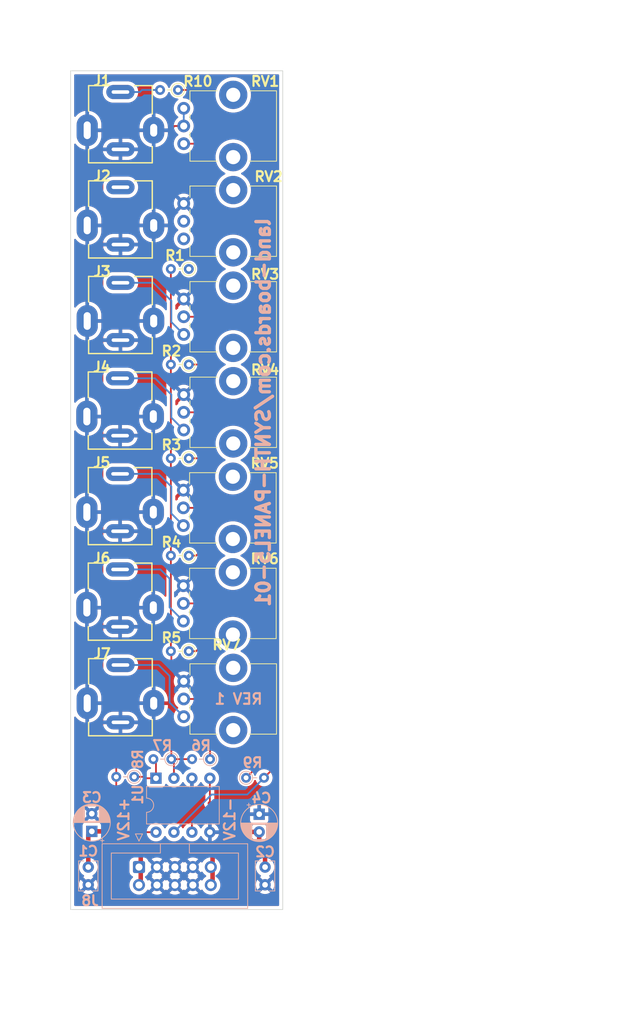
<source format=kicad_pcb>
(kicad_pcb (version 20211014) (generator pcbnew)
  (title_block (title "SYNTH-PANEL5-01") (date "2022-09-26") (rev "1") (company "LAND BOARDS, LLC"))
  (layers (0 "F.Cu" signal) (31 "B.Cu" signal) (34 "B.Paste" user) (35 "F.Paste" user) (36 "B.SilkS" user "B.Silkscreen") (37 "F.SilkS" user "F.Silkscreen") (38 "B.Mask" user) (39 "F.Mask" user) (44 "Edge.Cuts" user))
  (net 0 "")
  (net 1 "GND")
  (net 2 "/POTWIPER_4")
  (net 3 "/POTWIPER_3")
  (net 4 "/POTWIPER_2")
  (net 5 "/POTWIPER_5")
  (net 6 "Net-(J2-PadT)")
  (net 7 "Net-(J3-PadT)")
  (net 8 "Net-(J4-PadT)")
  (net 9 "Net-(J5-PadT)")
  (net 10 "Net-(J6-PadT)")
  (net 11 "/POTWIPER_6")
  (net 12 "Net-(J7-PadT)")
  (net 13 "/POTWIPER_7")
  (net 14 "+12V")
  (net 15 "-12V")
  (net 16 "/OUT")
  (net 17 "Net-(R7-Pad2)")
  (net 18 "/VOL2")
  (net 19 "/VOL1")
  (net 20 "Net-(R10-Pad1)")
  (net 21 "/VSUM")
  (footprint "Potentiometer_THT:Potentiometer_Bourns_PTV09A-1_Single_Vertical" (layer "F.Cu") (at 15.95 69.752501)
    (fp_text reference "RV5" (at 11.5 -8.8) (layer "F.SilkS") (effects (font (size 1.397 1.397) (thickness 0.3048))))
    (fp_text value "10K")
    (pad "" np_thru_hole circle (at 7 1.9) (size 4 4) (drill 2) (layers *.Cu *.Mask))
    (pad "" np_thru_hole circle (at 7 -6.9) (size 4 4) (drill 2) (layers *.Cu *.Mask))
    (pad "1" thru_hole circle (at 0 0) (size 1.8 1.8) (drill 1) (layers *.Cu *.Mask) (net 9 "Net-(J5-PadT)"))
    (pad "2" thru_hole circle (at 0 -2.5) (size 1.8 1.8) (drill 1) (layers *.Cu *.Mask) (net 5 "/POTWIPER_5"))
    (pad "3" thru_hole circle (at 0 -5) (size 1.8 1.8) (drill 1) (layers *.Cu *.Mask) (net 1 "GND"))
  )
  (footprint "Resistor_THT:R_Axial_DIN0204_L3.6mm_D1.6mm_P2.54mm_Vertical" (layer "F.Cu") (at 16.72 74.002501 180)
    (fp_text reference "R4" (at 2.46 1.9 180) (layer "F.SilkS") (effects (font (size 1.397 1.397) (thickness 0.3048))))
    (fp_text value "100K")
    (pad "1" thru_hole circle (at 0 0 180) (size 1.4 1.4) (drill 0.7) (layers *.Cu *.Mask) (net 5 "/POTWIPER_5"))
    (pad "2" thru_hole oval (at 2.54 0 180) (size 1.4 1.4) (drill 0.7) (layers *.Cu *.Mask) (net 21 "/VSUM"))
  )
  (footprint "Potentiometer_THT:Potentiometer_Bourns_PTV09A-1_Single_Vertical" (layer "F.Cu") (at 16 15.802501)
    (fp_text reference "RV1" (at 11.5 -8.8) (layer "F.SilkS") (effects (font (size 1.397 1.397) (thickness 0.3048))))
    (fp_text value "10K")
    (pad "" np_thru_hole circle (at 7 1.9) (size 4 4) (drill 2) (layers *.Cu *.Mask))
    (pad "" np_thru_hole circle (at 7 -6.9) (size 4 4) (drill 2) (layers *.Cu *.Mask))
    (pad "1" thru_hole circle (at 0 0) (size 1.8 1.8) (drill 1) (layers *.Cu *.Mask) (net 19 "/VOL1"))
    (pad "2" thru_hole circle (at 0 -2.5) (size 1.8 1.8) (drill 1) (layers *.Cu *.Mask) (net 18 "/VOL2"))
    (pad "3" thru_hole circle (at 0 -5) (size 1.8 1.8) (drill 1) (layers *.Cu *.Mask) (net 18 "/VOL2"))
  )
  (footprint "Potentiometer_THT:Potentiometer_Bourns_PTV09A-1_Single_Vertical" (layer "F.Cu") (at 16 42.752501)
    (fp_text reference "RV3" (at 11.5 -8.5) (layer "F.SilkS") (effects (font (size 1.397 1.397) (thickness 0.3048))))
    (fp_text value "10K")
    (pad "" np_thru_hole circle (at 7 -6.9) (size 4 4) (drill 2) (layers *.Cu *.Mask))
    (pad "" np_thru_hole circle (at 7 1.9) (size 4 4) (drill 2) (layers *.Cu *.Mask))
    (pad "1" thru_hole circle (at 0 0) (size 1.8 1.8) (drill 1) (layers *.Cu *.Mask) (net 7 "Net-(J3-PadT)"))
    (pad "2" thru_hole circle (at 0 -2.5) (size 1.8 1.8) (drill 1) (layers *.Cu *.Mask) (net 3 "/POTWIPER_3"))
    (pad "3" thru_hole circle (at 0 -5) (size 1.8 1.8) (drill 1) (layers *.Cu *.Mask) (net 1 "GND"))
  )
  (footprint "AudioJacks:Jack_3.5mm_QingPu_WQP-PJ301BM_Vertical" (layer "F.Cu") (at 7.05 94.252501)
    (fp_text reference "J7" (at -2.6 -6.4) (layer "F.SilkS") (effects (font (size 1.397 1.397) (thickness 0.3048))))
    (fp_text value "PJ-301BM")
    (pad "S" thru_hole oval locked (at -4.7 0.6 90) (size 4.5 3) (drill oval 2.5 1) (layers *.Cu *.Mask) (net 1 "GND"))
    (pad "S" thru_hole oval locked (at 4.7 0.6 90) (size 3.8 3) (drill oval 1.8 1) (layers *.Cu *.Mask) (net 1 "GND"))
    (pad "T" thru_hole oval locked (at 0 -4.8) (size 4 2) (drill oval 2.5 0.5) (layers *.Cu *.Mask) (net 12 "Net-(J7-PadT)"))
    (pad "TN" thru_hole oval locked (at 0 3.3) (size 4 2) (drill oval 2.5 0.5) (layers *.Cu *.Mask) (net 1 "GND"))
  )
  (footprint "Potentiometer_THT:Potentiometer_Bourns_PTV09A-1_Single_Vertical" (layer "F.Cu") (at 15.95 83.252501)
    (fp_text reference "RV6" (at 11.5 -8.8) (layer "F.SilkS") (effects (font (size 1.397 1.397) (thickness 0.3048))))
    (fp_text value "10K")
    (pad "" np_thru_hole circle (at 7 -6.9) (size 4 4) (drill 2) (layers *.Cu *.Mask))
    (pad "" np_thru_hole circle (at 7 1.9) (size 4 4) (drill 2) (layers *.Cu *.Mask))
    (pad "1" thru_hole circle (at 0 0) (size 1.8 1.8) (drill 1) (layers *.Cu *.Mask) (net 10 "Net-(J6-PadT)"))
    (pad "2" thru_hole circle (at 0 -2.5) (size 1.8 1.8) (drill 1) (layers *.Cu *.Mask) (net 11 "/POTWIPER_6"))
    (pad "3" thru_hole circle (at 0 -5) (size 1.8 1.8) (drill 1) (layers *.Cu *.Mask) (net 1 "GND"))
  )
  (footprint "AudioJacks:Jack_3.5mm_QingPu_WQP-PJ301BM_Vertical" (layer "F.Cu") (at 7 67.252501)
    (fp_text reference "J5" (at -2.6 -6.4) (layer "F.SilkS") (effects (font (size 1.397 1.397) (thickness 0.3048))))
    (fp_text value "PJ-301BM")
    (pad "S" thru_hole oval locked (at -4.7 0.6 90) (size 4.5 3) (drill oval 2.5 1) (layers *.Cu *.Mask) (net 1 "GND"))
    (pad "S" thru_hole oval locked (at 4.7 0.6 90) (size 3.8 3) (drill oval 1.8 1) (layers *.Cu *.Mask) (net 1 "GND"))
    (pad "T" thru_hole oval locked (at 0 -4.8) (size 4 2) (drill oval 2.5 0.5) (layers *.Cu *.Mask) (net 9 "Net-(J5-PadT)"))
    (pad "TN" thru_hole oval locked (at 0 3.3) (size 4 2) (drill oval 2.5 0.5) (layers *.Cu *.Mask) (net 1 "GND"))
  )
  (footprint "AudioJacks:Jack_3.5mm_QingPu_WQP-PJ301BM_Vertical" (layer "F.Cu") (at 7 80.752501)
    (fp_text reference "J6" (at -2.6 -6.4) (layer "F.SilkS") (effects (font (size 1.397 1.397) (thickness 0.3048))))
    (fp_text value "PJ-301BM")
    (pad "S" thru_hole oval locked (at -4.7 0.6 90) (size 4.5 3) (drill oval 2.5 1) (layers *.Cu *.Mask) (net 1 "GND"))
    (pad "S" thru_hole oval locked (at 4.7 0.6 90) (size 3.8 3) (drill oval 1.8 1) (layers *.Cu *.Mask) (net 1 "GND"))
    (pad "T" thru_hole oval locked (at 0 -4.8) (size 4 2) (drill oval 2.5 0.5) (layers *.Cu *.Mask) (net 10 "Net-(J6-PadT)"))
    (pad "TN" thru_hole oval locked (at 0 3.3) (size 4 2) (drill oval 2.5 0.5) (layers *.Cu *.Mask) (net 1 "GND"))
  )
  (footprint "Resistor_THT:R_Axial_DIN0204_L3.6mm_D1.6mm_P2.54mm_Vertical" (layer "F.Cu") (at 15.19 8.212501 180)
    (fp_text reference "R10" (at -2.81 1.21 180) (layer "F.SilkS") (effects (font (size 1.397 1.397) (thickness 0.3048))))
    (fp_text value "1K")
    (pad "1" thru_hole circle (at 0 0 180) (size 1.4 1.4) (drill 0.7) (layers *.Cu *.Mask) (net 20 "Net-(R10-Pad1)"))
    (pad "2" thru_hole oval (at 2.54 0 180) (size 1.4 1.4) (drill 0.7) (layers *.Cu *.Mask) (net 16 "/OUT"))
  )
  (footprint "Potentiometer_THT:Potentiometer_Bourns_PTV09A-1_Single_Vertical" (layer "F.Cu") (at 16 96.752501)
    (fp_text reference "RV7" (at 6.05 -10.15) (layer "F.SilkS") (effects (font (size 1.397 1.397) (thickness 0.3048))))
    (fp_text value "10K")
    (pad "" np_thru_hole circle (at 7 -6.9) (size 4 4) (drill 2) (layers *.Cu *.Mask))
    (pad "" np_thru_hole circle (at 7 1.9) (size 4 4) (drill 2) (layers *.Cu *.Mask))
    (pad "1" thru_hole circle (at 0 0) (size 1.8 1.8) (drill 1) (layers *.Cu *.Mask) (net 12 "Net-(J7-PadT)"))
    (pad "2" thru_hole circle (at 0 -2.5) (size 1.8 1.8) (drill 1) (layers *.Cu *.Mask) (net 13 "/POTWIPER_7"))
    (pad "3" thru_hole circle (at 0 -5) (size 1.8 1.8) (drill 1) (layers *.Cu *.Mask) (net 1 "GND"))
  )
  (footprint "Resistor_THT:R_Axial_DIN0204_L3.6mm_D1.6mm_P2.54mm_Vertical" (layer "F.Cu") (at 16.72 87.502501 180)
    (fp_text reference "R5" (at 2.46 1.9 180) (layer "F.SilkS") (effects (font (size 1.397 1.397) (thickness 0.3048))))
    (fp_text value "100K")
    (pad "1" thru_hole circle (at 0 0 180) (size 1.4 1.4) (drill 0.7) (layers *.Cu *.Mask) (net 11 "/POTWIPER_6"))
    (pad "2" thru_hole oval (at 2.54 0 180) (size 1.4 1.4) (drill 0.7) (layers *.Cu *.Mask) (net 21 "/VSUM"))
  )
  (footprint "AudioJacks:Jack_3.5mm_QingPu_WQP-PJ301BM_Vertical" (layer "F.Cu") (at 7.05 26.752501)
    (fp_text reference "J2" (at -2.6 -6.4) (layer "F.SilkS") (effects (font (size 1.397 1.397) (thickness 0.3048))))
    (fp_text value "PJ-301BM")
    (pad "S" thru_hole oval locked (at -4.7 0.6 90) (size 4.5 3) (drill oval 2.5 1) (layers *.Cu *.Mask) (net 1 "GND"))
    (pad "S" thru_hole oval locked (at 4.7 0.6 90) (size 3.8 3) (drill oval 1.8 1) (layers *.Cu *.Mask) (net 1 "GND"))
    (pad "T" thru_hole oval locked (at 0 -4.8) (size 4 2) (drill oval 2.5 0.5) (layers *.Cu *.Mask) (net 6 "Net-(J2-PadT)"))
    (pad "TN" thru_hole oval locked (at 0 3.3) (size 4 2) (drill oval 2.5 0.5) (layers *.Cu *.Mask) (net 1 "GND"))
  )
  (footprint "AudioJacks:Jack_3.5mm_QingPu_WQP-PJ301BM_Vertical" (layer "F.Cu") (at 7.05 13.302501)
    (fp_text reference "J1" (at -2.6 -6.4) (layer "F.SilkS") (effects (font (size 1.397 1.397) (thickness 0.3048))))
    (fp_text value "PJ-301BM")
    (pad "S" thru_hole oval locked (at 4.7 0.6 90) (size 3.8 3) (drill oval 1.8 1) (layers *.Cu *.Mask) (net 1 "GND"))
    (pad "S" thru_hole oval locked (at -4.7 0.6 90) (size 4.5 3) (drill oval 2.5 1) (layers *.Cu *.Mask) (net 1 "GND"))
    (pad "T" thru_hole oval locked (at 0 -4.8) (size 4 2) (drill oval 2.5 0.5) (layers *.Cu *.Mask) (net 16 "/OUT"))
    (pad "TN" thru_hole oval locked (at 0 3.3) (size 4 2) (drill oval 2.5 0.5) (layers *.Cu *.Mask) (net 1 "GND"))
  )
  (footprint "Resistor_THT:R_Axial_DIN0204_L3.6mm_D1.6mm_P2.54mm_Vertical" (layer "F.Cu") (at 16.72 60.252501 180)
    (fp_text reference "R3" (at 2.46 1.9 180) (layer "F.SilkS") (effects (font (size 1.397 1.397) (thickness 0.3048))))
    (fp_text value "100K")
    (pad "1" thru_hole circle (at 0 0 180) (size 1.4 1.4) (drill 0.7) (layers *.Cu *.Mask) (net 2 "/POTWIPER_4"))
    (pad "2" thru_hole oval (at 2.54 0 180) (size 1.4 1.4) (drill 0.7) (layers *.Cu *.Mask) (net 21 "/VSUM"))
  )
  (footprint "AudioJacks:Jack_3.5mm_QingPu_WQP-PJ301BM_Vertical" (layer "F.Cu") (at 7 53.752501)
    (fp_text reference "J4" (at -2.6 -6.4) (layer "F.SilkS") (effects (font (size 1.397 1.397) (thickness 0.3048))))
    (fp_text value "PJ-301BM")
    (pad "S" thru_hole oval locked (at -4.7 0.6 90) (size 4.5 3) (drill oval 2.5 1) (layers *.Cu *.Mask) (net 1 "GND"))
    (pad "S" thru_hole oval locked (at 4.7 0.6 90) (size 3.8 3) (drill oval 1.8 1) (layers *.Cu *.Mask) (net 1 "GND"))
    (pad "T" thru_hole oval locked (at 0 -4.8) (size 4 2) (drill oval 2.5 0.5) (layers *.Cu *.Mask) (net 8 "Net-(J4-PadT)"))
    (pad "TN" thru_hole oval locked (at 0 3.3) (size 4 2) (drill oval 2.5 0.5) (layers *.Cu *.Mask) (net 1 "GND"))
  )
  (footprint "Potentiometer_THT:Potentiometer_Bourns_PTV09A-1_Single_Vertical" (layer "F.Cu") (at 16 29.252501)
    (fp_text reference "RV2" (at 12 -8.8) (layer "F.SilkS") (effects (font (size 1.397 1.397) (thickness 0.3048))))
    (fp_text value "10K")
    (pad "" np_thru_hole circle (at 7 1.9) (size 4 4) (drill 2) (layers *.Cu *.Mask))
    (pad "" np_thru_hole circle (at 7 -6.9) (size 4 4) (drill 2) (layers *.Cu *.Mask))
    (pad "1" thru_hole circle (at 0 0) (size 1.8 1.8) (drill 1) (layers *.Cu *.Mask) (net 6 "Net-(J2-PadT)"))
    (pad "2" thru_hole circle (at 0 -2.5) (size 1.8 1.8) (drill 1) (layers *.Cu *.Mask) (net 4 "/POTWIPER_2"))
    (pad "3" thru_hole circle (at 0 -5) (size 1.8 1.8) (drill 1) (layers *.Cu *.Mask) (net 1 "GND"))
  )
  (footprint "Resistor_THT:R_Axial_DIN0204_L3.6mm_D1.6mm_P2.54mm_Vertical" (layer "F.Cu") (at 16.72 33.502501 180)
    (fp_text reference "R1" (at 1.96 1.9 180) (layer "F.SilkS") (effects (font (size 1.397 1.397) (thickness 0.3048))))
    (fp_text value "100K")
    (pad "1" thru_hole circle (at 0 0 180) (size 1.4 1.4) (drill 0.7) (layers *.Cu *.Mask) (net 4 "/POTWIPER_2"))
    (pad "2" thru_hole oval (at 2.54 0 180) (size 1.4 1.4) (drill 0.7) (layers *.Cu *.Mask) (net 21 "/VSUM"))
  )
  (footprint "Potentiometer_THT:Potentiometer_Bourns_PTV09A-1_Single_Vertical" (layer "F.Cu") (at 16 56.252501)
    (fp_text reference "RV4" (at 11.5 -8.5) (layer "F.SilkS") (effects (font (size 1.397 1.397) (thickness 0.3048))))
    (fp_text value "10K")
    (pad "" np_thru_hole circle (at 7 1.9) (size 4 4) (drill 2) (layers *.Cu *.Mask))
    (pad "" np_thru_hole circle (at 7 -6.9) (size 4 4) (drill 2) (layers *.Cu *.Mask))
    (pad "1" thru_hole circle (at 0 0) (size 1.8 1.8) (drill 1) (layers *.Cu *.Mask) (net 8 "Net-(J4-PadT)"))
    (pad "2" thru_hole circle (at 0 -2.5) (size 1.8 1.8) (drill 1) (layers *.Cu *.Mask) (net 2 "/POTWIPER_4"))
    (pad "3" thru_hole circle (at 0 -5) (size 1.8 1.8) (drill 1) (layers *.Cu *.Mask) (net 1 "GND"))
  )
  (footprint "Resistor_THT:R_Axial_DIN0204_L3.6mm_D1.6mm_P2.54mm_Vertical" (layer "F.Cu") (at 16.72 47.002501 180)
    (fp_text reference "R2" (at 2.46 1.9 180) (layer "F.SilkS") (effects (font (size 1.397 1.397) (thickness 0.3048))))
    (fp_text value "100K")
    (pad "1" thru_hole circle (at 0 0 180) (size 1.4 1.4) (drill 0.7) (layers *.Cu *.Mask) (net 3 "/POTWIPER_3"))
    (pad "2" thru_hole oval (at 2.54 0 180) (size 1.4 1.4) (drill 0.7) (layers *.Cu *.Mask) (net 21 "/VSUM"))
  )
  (footprint "AudioJacks:Jack_3.5mm_QingPu_WQP-PJ301BM_Vertical" (layer "F.Cu") (at 7.05 40.252501)
    (fp_text reference "J3" (at -2.6 -6.4) (layer "F.SilkS") (effects (font (size 1.397 1.397) (thickness 0.3048))))
    (fp_text value "PJ-301BM")
    (pad "S" thru_hole oval locked (at 4.7 0.6 90) (size 3.8 3) (drill oval 1.8 1) (layers *.Cu *.Mask) (net 1 "GND"))
    (pad "S" thru_hole oval locked (at -4.7 0.6 90) (size 4.5 3) (drill oval 2.5 1) (layers *.Cu *.Mask) (net 1 "GND"))
    (pad "T" thru_hole oval locked (at 0 -4.8) (size 4 2) (drill oval 2.5 0.5) (layers *.Cu *.Mask) (net 7 "Net-(J3-PadT)"))
    (pad "TN" thru_hole oval locked (at 0 3.3) (size 4 2) (drill oval 2.5 0.5) (layers *.Cu *.Mask) (net 1 "GND"))
  )
  (footprint "Connector_IDC:IDC-Header_2x05_P2.54mm_Vertical" (layer "B.Cu") (at 9.67 118.000001 -90)
    (fp_text reference "J8" (at 4.7525 6.92) (layer "B.SilkS") (effects (font (size 1.397 1.397) (thickness 0.3048)) (justify mirror)))
    (fp_text value "Conn_02x05")
    (pad "1" thru_hole roundrect (at 0 0 270) (size 1.7 1.7) (drill 1) (layers *.Cu *.Mask) (roundrect_rratio 0.147059) (net 14 "+12V"))
    (pad "2" thru_hole circle (at 2.54 0 270) (size 1.7 1.7) (drill 1) (layers *.Cu *.Mask) (net 14 "+12V"))
    (pad "3" thru_hole circle (at 0 -2.54 270) (size 1.7 1.7) (drill 1) (layers *.Cu *.Mask) (net 1 "GND"))
    (pad "4" thru_hole circle (at 2.54 -2.54 270) (size 1.7 1.7) (drill 1) (layers *.Cu *.Mask) (net 1 "GND"))
    (pad "5" thru_hole circle (at 0 -5.08 270) (size 1.7 1.7) (drill 1) (layers *.Cu *.Mask) (net 1 "GND"))
    (pad "6" thru_hole circle (at 2.54 -5.08 270) (size 1.7 1.7) (drill 1) (layers *.Cu *.Mask) (net 1 "GND"))
    (pad "7" thru_hole circle (at 0 -7.62 270) (size 1.7 1.7) (drill 1) (layers *.Cu *.Mask) (net 1 "GND"))
    (pad "8" thru_hole circle (at 2.54 -7.62 270) (size 1.7 1.7) (drill 1) (layers *.Cu *.Mask) (net 1 "GND"))
    (pad "9" thru_hole circle (at 0 -10.16 270) (size 1.7 1.7) (drill 1) (layers *.Cu *.Mask) (net 15 "-12V"))
    (pad "10" thru_hole circle (at 2.54 -10.16 270) (size 1.7 1.7) (drill 1) (layers *.Cu *.Mask) (net 15 "-12V"))
  )
  (footprint "Capacitor_THT:CP_Radial_D5.0mm_P2.50mm" (layer "B.Cu") (at 3 112.957614 90)
    (fp_text reference "C3" (at 4.779888 0) (layer "B.SilkS") (effects (font (size 1.397 1.397) (thickness 0.3048)) (justify mirror)))
    (fp_text value "10uF")
    (pad "1" thru_hole rect (at 0 0 90) (size 1.6 1.6) (drill 0.8) (layers *.Cu *.Mask) (net 14 "+12V"))
    (pad "2" thru_hole circle (at 2.5 0 90) (size 1.6 1.6) (drill 0.8) (layers *.Cu *.Mask) (net 1 "GND"))
  )
  (footprint "Package_DIP:DIP-8_W7.62mm" (layer "B.Cu") (at 12.075 105.452501 -90)
    (fp_text reference "U1" (at 2.3 2.575 90) (layer "B.SilkS") (effects (font (size 1.397 1.397) (thickness 0.3048)) (justify mirror)))
    (fp_text value "TL072")
    (pad "1" thru_hole rect (at 0 0 270) (size 1.6 1.6) (drill 0.8) (layers *.Cu *.Mask) (net 17 "Net-(R7-Pad2)"))
    (pad "2" thru_hole oval (at 0 -2.54 270) (size 1.6 1.6) (drill 0.8) (layers *.Cu *.Mask) (net 21 "/VSUM"))
    (pad "3" thru_hole oval (at 0 -5.08 270) (size 1.6 1.6) (drill 0.8) (layers *.Cu *.Mask) (net 1 "GND"))
    (pad "4" thru_hole oval (at 0 -7.62 270) (size 1.6 1.6) (drill 0.8) (layers *.Cu *.Mask) (net 15 "-12V"))
    (pad "5" thru_hole oval (at 7.62 -7.62 270) (size 1.6 1.6) (drill 0.8) (layers *.Cu *.Mask) (net 1 "GND"))
    (pad "6" thru_hole oval (at 7.62 -5.08 270) (size 1.6 1.6) (drill 0.8) (layers *.Cu *.Mask) (net 18 "/VOL2"))
    (pad "7" thru_hole oval (at 7.62 -2.54 270) (size 1.6 1.6) (drill 0.8) (layers *.Cu *.Mask) (net 20 "Net-(R10-Pad1)"))
    (pad "8" thru_hole oval (at 7.62 0 270) (size 1.6 1.6) (drill 0.8) (layers *.Cu *.Mask) (net 14 "+12V"))
  )
  (footprint "Resistor_THT:R_Axial_DIN0204_L3.6mm_D1.6mm_P2.54mm_Vertical" (layer "B.Cu") (at 14.25 102.752501 180)
    (fp_text reference "R7" (at 1.27 1.92) (layer "B.SilkS") (effects (font (size 1.397 1.397) (thickness 0.3048)) (justify mirror)))
    (fp_text value "100K")
    (pad "1" thru_hole circle (at 0 0 180) (size 1.4 1.4) (drill 0.7) (layers *.Cu *.Mask) (net 21 "/VSUM"))
    (pad "2" thru_hole oval (at 2.54 0 180) (size 1.4 1.4) (drill 0.7) (layers *.Cu *.Mask) (net 17 "Net-(R7-Pad2)"))
  )
  (footprint "Capacitor_THT:C_Rect_L4.0mm_W2.5mm_P2.50mm" (layer "B.Cu") (at 2.5 118.002501 -90)
    (fp_text reference "C1" (at -2.25 0) (layer "B.SilkS") (effects (font (size 1.397 1.397) (thickness 0.3048)) (justify mirror)))
    (fp_text value "0.1uF")
    (pad "1" thru_hole circle (at 0 0 270) (size 1.6 1.6) (drill 0.8) (layers *.Cu *.Mask) (net 14 "+12V"))
    (pad "2" thru_hole circle (at 2.5 0 270) (size 1.6 1.6) (drill 0.8) (layers *.Cu *.Mask) (net 1 "GND"))
  )
  (footprint "Capacitor_THT:C_Rect_L4.0mm_W2.5mm_P2.50mm" (layer "B.Cu") (at 27.5 120.502501 90)
    (fp_text reference "C2" (at 4.65 0 180) (layer "B.SilkS") (effects (font (size 1.397 1.397) (thickness 0.3048)) (justify mirror)))
    (fp_text value "0.1uF")
    (pad "1" thru_hole circle (at 0 0 90) (size 1.6 1.6) (drill 0.8) (layers *.Cu *.Mask) (net 1 "GND"))
    (pad "2" thru_hole circle (at 2.5 0 90) (size 1.6 1.6) (drill 0.8) (layers *.Cu *.Mask) (net 15 "-12V"))
  )
  (footprint "Resistor_THT:R_Axial_DIN0204_L3.6mm_D1.6mm_P2.54mm_Vertical" (layer "B.Cu") (at 9 105.252501 180)
    (fp_text reference "R8" (at -0.5 2.5 90) (layer "B.SilkS") (effects (font (size 1.397 1.397) (thickness 0.3048)) (justify mirror)))
    (fp_text value "22K")
    (pad "1" thru_hole circle (at 0 0 180) (size 1.4 1.4) (drill 0.7) (layers *.Cu *.Mask) (net 17 "Net-(R7-Pad2)"))
    (pad "2" thru_hole oval (at 2.54 0 180) (size 1.4 1.4) (drill 0.7) (layers *.Cu *.Mask) (net 18 "/VOL2"))
  )
  (footprint "Resistor_THT:R_Axial_DIN0204_L3.6mm_D1.6mm_P2.54mm_Vertical" (layer "B.Cu") (at 24.815 105.387501)
    (fp_text reference "R9" (at 0.92 -2.135 180) (layer "B.SilkS") (effects (font (size 1.397 1.397) (thickness 0.3048)) (justify mirror)))
    (fp_text value "4.7K")
    (pad "1" thru_hole circle (at 0 0) (size 1.4 1.4) (drill 0.7) (layers *.Cu *.Mask) (net 19 "/VOL1"))
    (pad "2" thru_hole oval (at 2.54 0) (size 1.4 1.4) (drill 0.7) (layers *.Cu *.Mask) (net 20 "Net-(R10-Pad1)"))
  )
  (footprint "Resistor_THT:R_Axial_DIN0204_L3.6mm_D1.6mm_P2.54mm_Vertical" (layer "B.Cu") (at 19.72 102.752501 180)
    (fp_text reference "R6" (at 1.27 1.92) (layer "B.SilkS") (effects (font (size 1.397 1.397) (thickness 0.3048)) (justify mirror)))
    (fp_text value "100K")
    (pad "1" thru_hole circle (at 0 0 180) (size 1.4 1.4) (drill 0.7) (layers *.Cu *.Mask) (net 13 "/POTWIPER_7"))
    (pad "2" thru_hole oval (at 2.54 0 180) (size 1.4 1.4) (drill 0.7) (layers *.Cu *.Mask) (net 21 "/VSUM"))
  )
  (footprint "Capacitor_THT:CP_Radial_D5.0mm_P2.50mm" (layer "B.Cu") (at 26.67 110.532389 -90)
    (fp_text reference "C4" (at -2.279888 -0.33 180) (layer "B.SilkS") (effects (font (size 1.397 1.397) (thickness 0.3048)) (justify mirror)))
    (fp_text value "10uF")
    (pad "1" thru_hole rect (at 0 0 270) (size 1.6 1.6) (drill 0.8) (layers *.Cu *.Mask) (net 1 "GND"))
    (pad "2" thru_hole circle (at 2.5 0 270) (size 1.6 1.6) (drill 0.8) (layers *.Cu *.Mask) (net 15 "-12V"))
  )
  (gr_rect (start 0 5.502501) (end 30 124.002501) (layer "Edge.Cuts") (width 0.1) (fill none))
  (gr_text "-12V" (at 22.5 111.252501 90) (layer "B.SilkS") (effects (font (size 1.5 1.5) (thickness 0.3)) (justify mirror)))
  (gr_text "+12V" (at 7.5 111.252501 90) (layer "B.SilkS") (effects (font (size 1.5 1.5) (thickness 0.3)) (justify mirror)))
  (gr_text "REV 1" (at 23.75 94.252501) (layer "B.SilkS") (effects (font (size 1.5 1.5) (thickness 0.3)) (justify mirror)))
  (gr_text "land-boards.com/SYNTH-PANEL5-01" (at 27.25 53.752501 90) (layer "B.SilkS") (effects (font (size 1.905 1.905) (thickness 0.47625)) (justify mirror)))
  (segment (start 18.75 54.252501) (end 18.75 59.752501) (width 0.25) (layer "F.Cu") (net 2))
  (segment (start 18.25 53.752501) (end 18.75 54.252501) (width 0.25) (layer "F.Cu") (net 2))
  (segment (start 18.75 59.752501) (end 18.25 60.252501) (width 0.25) (layer "F.Cu") (net 2))
  (segment (start 16 53.752501) (end 18.25 53.752501) (width 0.25) (layer "F.Cu") (net 2))
  (segment (start 18.25 60.252501) (end 16.46 60.252501) (width 0.25) (layer "F.Cu") (net 2))
  (segment (start 16.72 47.002501) (end 18 47.002501) (width 0.25) (layer "F.Cu") (net 3))
  (segment (start 18 47.002501) (end 18.25 46.752501) (width 0.25) (layer "F.Cu") (net 3))
  (segment (start 18.25 46.752501) (end 18.25 40.752501) (width 0.25) (layer "F.Cu") (net 3))
  (segment (start 18.25 40.752501) (end 17.75 40.252501) (width 0.25) (layer "F.Cu") (net 3))
  (segment (start 17.75 40.252501) (end 16 40.252501) (width 0.25) (layer "F.Cu") (net 3))
  (segment (start 16.47 74.002501) (end 17.75 74.002501) (width 0.25) (layer "F.Cu") (net 5))
  (segment (start 15.95 67.252501) (end 17.75 67.252501) (width 0.25) (layer "F.Cu") (net 5))
  (segment (start 17.75 74.002501) (end 18.5 73.252501) (width 0.25) (layer "F.Cu") (net 5))
  (segment (start 17.75 67.252501) (end 18.5 68.002501) (width 0.25) (layer "F.Cu") (net 5))
  (segment (start 18.5 73.252501) (end 18.5 68.002501) (width 0.25) (layer "F.Cu") (net 5))
  (segment (start 14.25 38.002501) (end 14.25 41.002501) (width 0.25) (layer "B.Cu") (net 7))
  (segment (start 7.05 35.452501) (end 11.7 35.452501) (width 0.25) (layer "B.Cu") (net 7))
  (segment (start 14.25 41.002501) (end 16 42.752501) (width 0.25) (layer "B.Cu") (net 7))
  (segment (start 11.7 35.452501) (end 14.25 38.002501) (width 0.25) (layer "B.Cu") (net 7))
  (segment (start 14.25 54.502501) (end 16 56.252501) (width 0.25) (layer "B.Cu") (net 8))
  (segment (start 11.95 48.952501) (end 14.25 51.252501) (width 0.25) (layer "B.Cu") (net 8))
  (segment (start 14.25 51.252501) (end 14.25 54.502501) (width 0.25) (layer "B.Cu") (net 8))
  (segment (start 7 48.952501) (end 11.95 48.952501) (width 0.25) (layer "B.Cu") (net 8))
  (segment (start 14.25 64.252501) (end 14.25 68.052501) (width 0.25) (layer "B.Cu") (net 9))
  (segment (start 14.25 68.052501) (end 15.95 69.752501) (width 0.25) (layer "B.Cu") (net 9))
  (segment (start 12.45 62.452501) (end 14.25 64.252501) (width 0.25) (layer "B.Cu") (net 9))
  (segment (start 7 62.452501) (end 12.45 62.452501) (width 0.25) (layer "B.Cu") (net 9))
  (segment (start 14 81.302501) (end 15.95 83.252501) (width 0.25) (layer "B.Cu") (net 10))
  (segment (start 7 75.952501) (end 12.7 75.952501) (width 0.25) (layer "B.Cu") (net 10))
  (segment (start 12.7 75.952501) (end 14 77.252501) (width 0.25) (layer "B.Cu") (net 10))
  (segment (start 14 77.252501) (end 14 81.302501) (width 0.25) (layer "B.Cu") (net 10))
  (segment (start 16.47 87.502501) (end 17.75 87.502501) (width 0.25) (layer "F.Cu") (net 11))
  (segment (start 17.75 87.502501) (end 18.5 86.752501) (width 0.25) (layer "F.Cu") (net 11))
  (segment (start 17.75 80.752501) (end 18.5 81.502501) (width 0.25) (layer "F.Cu") (net 11))
  (segment (start 15.95 80.752501) (end 17.75 80.752501) (width 0.25) (layer "F.Cu") (net 11))
  (segment (start 18.5 81.502501) (end 18.5 86.752501) (width 0.25) (layer "F.Cu") (net 11))
  (segment (start 12.45 89.452501) (end 14 91.002501) (width 0.25) (layer "B.Cu") (net 12))
  (segment (start 14 91.002501) (end 14 94.752501) (width 0.25) (layer "B.Cu") (net 12))
  (segment (start 7.05 89.452501) (end 12.45 89.452501) (width 0.25) (layer "B.Cu") (net 12))
  (segment (start 16 96.752501) (end 14 94.752501) (width 0.25) (layer "B.Cu") (net 12))
  (segment (start 18 94.252501) (end 19.72 95.972501) (width 0.25) (layer "F.Cu") (net 13))
  (segment (start 19.72 95.972501) (end 19.72 102.752501) (width 0.25) (layer "F.Cu") (net 13))
  (segment (start 16 94.252501) (end 18 94.252501) (width 0.25) (layer "F.Cu") (net 13))
  (segment (start 9.82 113.072501) (end 9.705113 112.957614) (width 0.25) (layer "F.Cu") (net 14))
  (segment (start 2.5 118.002489) (end 2.5 113.457617) (width 0.635) (layer "F.Cu") (net 14))
  (segment (start 12.075 113.072501) (end 9.82 113.072501) (width 0.25) (layer "F.Cu") (net 14))
  (segment (start 9.92 118) (end 9.92 113.172502) (width 0.635) (layer "F.Cu") (net 14))
  (segment (start 9.92 120.54) (end 9.92 118) (width 0.635) (layer "F.Cu") (net 14))
  (segment (start 9.92 113.172501) (end 9.82 113.072501) (width 0.25) (layer "F.Cu") (net 14))
  (segment (start 9.705114 112.957618) (end 2.999999 112.957618) (width 0.635) (layer "F.Cu") (net 14))
  (segment (start 23.720113 113.032395) (end 26.67 113.032395) (width 0.635) (layer "F.Cu") (net 15))
  (segment (start 26.67 114.912503) (end 27.499996 115.742499) (width 0.635) (layer "F.Cu") (net 15))
  (segment (start 19.695 109.007283) (end 23.720113 113.032395) (width 0.635) (layer "F.Cu") (net 15))
  (segment (start 20.08 118) (end 20.08 116.672495) (width 0.635) (layer "F.Cu") (net 15))
  (segment (start 20.08 120.54) (end 20.08 118) (width 0.635) (layer "F.Cu") (net 15))
  (segment (start 27.499996 115.742499) (end 27.499996 118.002489) (width 0.635) (layer "F.Cu") (net 15))
  (segment (start 26.67 113.032395) (end 26.67 114.912503) (width 0.635) (layer "F.Cu") (net 15))
  (segment (start 19.695 105.452501) (end 19.695 109.007277) (width 0.25) (layer "F.Cu") (net 15))
  (segment (start 20.08 116.672495) (end 23.720113 113.032395) (width 0.635) (layer "F.Cu") (net 15))
  (segment (start 10.105 8.212501) (end 9.815 8.502501) (width 0.25) (layer "B.Cu") (net 16))
  (segment (start 7.05 8.502501) (end 9.815 8.502501) (width 0.25) (layer "B.Cu") (net 16))
  (segment (start 12.65 8.212501) (end 10.105 8.212501) (width 0.25) (layer "B.Cu") (net 16))
  (segment (start 10.5 105.252501) (end 10.7 105.452501) (width 0.25) (layer "F.Cu") (net 17))
  (segment (start 9 105.252501) (end 10.5 105.252501) (width 0.25) (layer "F.Cu") (net 17))
  (segment (start 12.075 105.452501) (end 12.075 103.117501) (width 0.25) (layer "F.Cu") (net 17))
  (segment (start 12.075 103.117501) (end 11.71 102.752501) (width 0.25) (layer "F.Cu") (net 17))
  (segment (start 12.075 105.452501) (end 10.7 105.452501) (width 0.25) (layer "F.Cu") (net 17))
  (segment (start 14.25 17.002501) (end 14.25 13.752501) (width 0.25) (layer "F.Cu") (net 18))
  (segment (start 6.46 107.712501) (end 6.46 105.252501) (width 0.25) (layer "F.Cu") (net 18))
  (segment (start 6.46 105.252501) (end 6.46 101.962501) (width 0.25) (layer "F.Cu") (net 18))
  (segment (start 15.5 109.002501) (end 7.75 109.002501) (width 0.25) (layer "F.Cu") (net 18))
  (segment (start 17.155 113.072501) (end 17.155 110.657501) (width 0.25) (layer "F.Cu") (net 18))
  (segment (start 6.46 101.962501) (end 4.5 100.002501) (width 0.25) (layer "F.Cu") (net 18))
  (segment (start 12.5 18.752501) (end 14.25 17.002501) (width 0.25) (layer "F.Cu") (net 18))
  (segment (start 5.25 18.752501) (end 12.5 18.752501) (width 0.25) (layer "F.Cu") (net 18))
  (segment (start 4.5 19.502501) (end 5.25 18.752501) (width 0.25) (layer "F.Cu") (net 18))
  (segment (start 4.5 100.002501) (end 4.5 19.502501) (width 0.25) (layer "F.Cu") (net 18))
  (segment (start 14.7 13.302501) (end 16 13.302501) (width 0.25) (layer "F.Cu") (net 18))
  (segment (start 7.75 109.002501) (end 6.46 107.712501) (width 0.25) (layer "F.Cu") (net 18))
  (segment (start 17.155 110.657501) (end 15.5 109.002501) (width 0.25) (layer "F.Cu") (net 18))
  (segment (start 14.25 13.752501) (end 14.7 13.302501) (width 0.25) (layer "F.Cu") (net 18))
  (segment (start 16 10.802501) (end 16 13.302501) (width 0.25) (layer "B.Cu") (net 18))
  (segment (start 27.75 14.752501) (end 27.75 102.452501) (width 0.25) (layer "F.Cu") (net 19))
  (segment (start 27.25 14.252501) (end 27.75 14.752501) (width 0.25) (layer "F.Cu") (net 19))
  (segment (start 18.2 15.802501) (end 19.75 14.252501) (width 0.25) (layer "F.Cu") (net 19))
  (segment (start 27.75 102.452501) (end 24.815 105.387501) (width 0.25) (layer "F.Cu") (net 19))
  (segment (start 16 15.802501) (end 18.2 15.802501) (width 0.25) (layer "F.Cu") (net 19))
  (segment (start 19.75 14.252501) (end 27.25 14.252501) (width 0.25) (layer "F.Cu") (net 19))
  (segment (start 20.75 12.502501) (end 16.46 8.212501) (width 0.25) (layer "F.Cu") (net 20))
  (segment (start 27.75 12.502501) (end 20.75 12.502501) (width 0.25) (layer "F.Cu") (net 20))
  (segment (start 27.355 105.387501) (end 29 103.742501) (width 0.25) (layer "F.Cu") (net 20))
  (segment (start 16.46 8.212501) (end 15.19 8.212501) (width 0.25) (layer "F.Cu") (net 20))
  (segment (start 29 103.742501) (end 29 13.752501) (width 0.25) (layer "F.Cu") (net 20))
  (segment (start 29 13.752501) (end 27.75 12.502501) (width 0.25) (layer "F.Cu") (net 20))
  (segment (start 14.615 113.072501) (end 19.935 107.752501) (width 0.25) (layer "B.Cu") (net 20))
  (segment (start 24.99 107.752501) (end 27.355 105.387501) (width 0.25) (layer "B.Cu") (net 20))
  (segment (start 19.935 107.752501) (end 24.99 107.752501) (width 0.25) (layer "B.Cu") (net 20))
  (segment (start 14.615 105.452501) (end 14.615 103.117501) (width 0.25) (layer "F.Cu") (net 21))
  (segment (start 14.18 33.502501) (end 14.18 47.002501) (width 0.25) (layer "F.Cu") (net 21))
  (segment (start 14.18 74.002501) (end 14.18 87.502501) (width 0.25) (layer "F.Cu") (net 21))
  (segment (start 14.25 102.752501) (end 14.25 87.572501) (width 0.25) (layer "F.Cu") (net 21))
  (segment (start 14.25 87.572501) (end 14.18 87.502501) (width 0.25) (layer "F.Cu") (net 21))
  (segment (start 14.18 47.002501) (end 14.18 60.252501) (width 0.25) (layer "F.Cu") (net 21))
  (segment (start 14.615 103.117501) (end 14.25 102.752501) (width 0.25) (layer "F.Cu") (net 21))
  (segment (start 14.47 102.752501) (end 17.18 102.752501) (width 0.25) (layer "F.Cu") (net 21))
  (segment (start 14.18 74.002501) (end 14.18 60.252501) (width 0.25) (layer "F.Cu") (net 21))
  (zone (net 1) (net_name "GND") (layers F&B.Cu) (connect_pads (clearance 0.508)) (min_thickness 0.254) (fill yes (thermal_gap 0.508) (thermal_bridge_width 0.508))
    (polygon (pts (xy 30 124.002501) (xy 0 124.002501) (xy 0.04 5.402501) (xy 30.139 5.402501)))
  )
)
</source>
